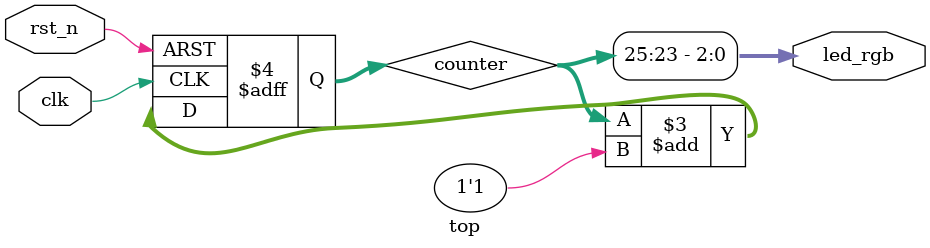
<source format=v>
/**
 * Simple FPGA Top Module
 *
 * This is a minimal example that demonstrates the FPGA portion of
 * the custom ESP32+FPGA board.
 */

module top (
    input wire clk,           // System clock
    input wire rst_n,         // Active-low reset
    output wire [2:0] led_rgb // RGB LED outputs
);

    // Simple counter to blink LED
    reg [25:0] counter;

    always @(posedge clk or negedge rst_n) begin
        if (!rst_n) begin
            counter <= 26'h0;
        end else begin
            counter <= counter + 1'b1;
        end
    end

    // Drive RGB LED with counter bits
    assign led_rgb[0] = counter[23]; // Red
    assign led_rgb[1] = counter[24]; // Green
    assign led_rgb[2] = counter[25]; // Blue

endmodule

</source>
